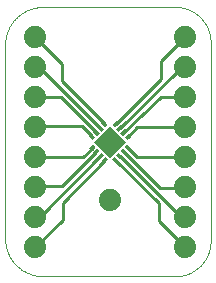
<source format=gtl>
G75*
%MOIN*%
%OFA0B0*%
%FSLAX25Y25*%
%IPPOS*%
%LPD*%
%AMOC8*
5,1,8,0,0,1.08239X$1,22.5*
%
%ADD10C,0.00000*%
%ADD11C,0.07400*%
%ADD12R,0.07677X0.07677*%
%ADD13R,0.01969X0.01181*%
%ADD14C,0.01000*%
%ADD15C,0.02978*%
D10*
X0001000Y0013598D02*
X0001000Y0078165D01*
X0001004Y0078469D01*
X0001015Y0078774D01*
X0001033Y0079078D01*
X0001059Y0079381D01*
X0001092Y0079684D01*
X0001132Y0079985D01*
X0001180Y0080286D01*
X0001235Y0080585D01*
X0001297Y0080883D01*
X0001366Y0081180D01*
X0001442Y0081475D01*
X0001526Y0081767D01*
X0001617Y0082058D01*
X0001714Y0082346D01*
X0001819Y0082632D01*
X0001930Y0082916D01*
X0002048Y0083196D01*
X0002173Y0083474D01*
X0002305Y0083748D01*
X0002443Y0084020D01*
X0002588Y0084287D01*
X0002739Y0084552D01*
X0002896Y0084812D01*
X0003060Y0085069D01*
X0003230Y0085321D01*
X0003406Y0085570D01*
X0003588Y0085814D01*
X0003776Y0086054D01*
X0003969Y0086289D01*
X0004168Y0086519D01*
X0004373Y0086744D01*
X0004583Y0086965D01*
X0004798Y0087180D01*
X0005019Y0087390D01*
X0005244Y0087595D01*
X0005474Y0087794D01*
X0005709Y0087987D01*
X0005949Y0088175D01*
X0006193Y0088357D01*
X0006442Y0088533D01*
X0006694Y0088703D01*
X0006951Y0088867D01*
X0007211Y0089024D01*
X0007476Y0089175D01*
X0007743Y0089320D01*
X0008015Y0089458D01*
X0008289Y0089590D01*
X0008567Y0089715D01*
X0008847Y0089833D01*
X0009131Y0089944D01*
X0009417Y0090049D01*
X0009705Y0090146D01*
X0009996Y0090237D01*
X0010288Y0090321D01*
X0010583Y0090397D01*
X0010880Y0090466D01*
X0011178Y0090528D01*
X0011477Y0090583D01*
X0011778Y0090631D01*
X0012079Y0090671D01*
X0012382Y0090704D01*
X0012685Y0090730D01*
X0012989Y0090748D01*
X0013294Y0090759D01*
X0013598Y0090763D01*
X0013598Y0090764D02*
X0057693Y0090764D01*
X0057978Y0090761D01*
X0058264Y0090750D01*
X0058549Y0090733D01*
X0058833Y0090709D01*
X0059117Y0090678D01*
X0059400Y0090640D01*
X0059681Y0090595D01*
X0059962Y0090544D01*
X0060242Y0090486D01*
X0060520Y0090421D01*
X0060796Y0090349D01*
X0061070Y0090271D01*
X0061343Y0090186D01*
X0061613Y0090094D01*
X0061881Y0089996D01*
X0062147Y0089892D01*
X0062410Y0089781D01*
X0062670Y0089664D01*
X0062928Y0089541D01*
X0063182Y0089411D01*
X0063433Y0089275D01*
X0063681Y0089134D01*
X0063925Y0088986D01*
X0064166Y0088833D01*
X0064402Y0088673D01*
X0064635Y0088508D01*
X0064864Y0088338D01*
X0065089Y0088162D01*
X0065309Y0087980D01*
X0065525Y0087794D01*
X0065736Y0087602D01*
X0065943Y0087405D01*
X0066145Y0087203D01*
X0066342Y0086996D01*
X0066534Y0086785D01*
X0066720Y0086569D01*
X0066902Y0086349D01*
X0067078Y0086124D01*
X0067248Y0085895D01*
X0067413Y0085662D01*
X0067573Y0085426D01*
X0067726Y0085185D01*
X0067874Y0084941D01*
X0068015Y0084693D01*
X0068151Y0084442D01*
X0068281Y0084188D01*
X0068404Y0083930D01*
X0068521Y0083670D01*
X0068632Y0083407D01*
X0068736Y0083141D01*
X0068834Y0082873D01*
X0068926Y0082603D01*
X0069011Y0082330D01*
X0069089Y0082056D01*
X0069161Y0081780D01*
X0069226Y0081502D01*
X0069284Y0081222D01*
X0069335Y0080941D01*
X0069380Y0080660D01*
X0069418Y0080377D01*
X0069449Y0080093D01*
X0069473Y0079809D01*
X0069490Y0079524D01*
X0069501Y0079238D01*
X0069504Y0078953D01*
X0069504Y0012811D01*
X0069501Y0012526D01*
X0069490Y0012240D01*
X0069473Y0011955D01*
X0069449Y0011671D01*
X0069418Y0011387D01*
X0069380Y0011104D01*
X0069335Y0010823D01*
X0069284Y0010542D01*
X0069226Y0010262D01*
X0069161Y0009984D01*
X0069089Y0009708D01*
X0069011Y0009434D01*
X0068926Y0009161D01*
X0068834Y0008891D01*
X0068736Y0008623D01*
X0068632Y0008357D01*
X0068521Y0008094D01*
X0068404Y0007834D01*
X0068281Y0007576D01*
X0068151Y0007322D01*
X0068015Y0007071D01*
X0067874Y0006823D01*
X0067726Y0006579D01*
X0067573Y0006338D01*
X0067413Y0006102D01*
X0067248Y0005869D01*
X0067078Y0005640D01*
X0066902Y0005415D01*
X0066720Y0005195D01*
X0066534Y0004979D01*
X0066342Y0004768D01*
X0066145Y0004561D01*
X0065943Y0004359D01*
X0065736Y0004162D01*
X0065525Y0003970D01*
X0065309Y0003784D01*
X0065089Y0003602D01*
X0064864Y0003426D01*
X0064635Y0003256D01*
X0064402Y0003091D01*
X0064166Y0002931D01*
X0063925Y0002778D01*
X0063681Y0002630D01*
X0063433Y0002489D01*
X0063182Y0002353D01*
X0062928Y0002223D01*
X0062670Y0002100D01*
X0062410Y0001983D01*
X0062147Y0001872D01*
X0061881Y0001768D01*
X0061613Y0001670D01*
X0061343Y0001578D01*
X0061070Y0001493D01*
X0060796Y0001415D01*
X0060520Y0001343D01*
X0060242Y0001278D01*
X0059962Y0001220D01*
X0059681Y0001169D01*
X0059400Y0001124D01*
X0059117Y0001086D01*
X0058833Y0001055D01*
X0058549Y0001031D01*
X0058264Y0001014D01*
X0057978Y0001003D01*
X0057693Y0001000D01*
X0013598Y0001000D01*
X0013294Y0001004D01*
X0012989Y0001015D01*
X0012685Y0001033D01*
X0012382Y0001059D01*
X0012079Y0001092D01*
X0011778Y0001132D01*
X0011477Y0001180D01*
X0011178Y0001235D01*
X0010880Y0001297D01*
X0010583Y0001366D01*
X0010288Y0001442D01*
X0009996Y0001526D01*
X0009705Y0001617D01*
X0009417Y0001714D01*
X0009131Y0001819D01*
X0008847Y0001930D01*
X0008567Y0002048D01*
X0008289Y0002173D01*
X0008015Y0002305D01*
X0007743Y0002443D01*
X0007476Y0002588D01*
X0007211Y0002739D01*
X0006951Y0002896D01*
X0006694Y0003060D01*
X0006442Y0003230D01*
X0006193Y0003406D01*
X0005949Y0003588D01*
X0005709Y0003776D01*
X0005474Y0003969D01*
X0005244Y0004168D01*
X0005019Y0004373D01*
X0004798Y0004583D01*
X0004583Y0004798D01*
X0004373Y0005019D01*
X0004168Y0005244D01*
X0003969Y0005474D01*
X0003776Y0005709D01*
X0003588Y0005949D01*
X0003406Y0006193D01*
X0003230Y0006442D01*
X0003060Y0006694D01*
X0002896Y0006951D01*
X0002739Y0007211D01*
X0002588Y0007476D01*
X0002443Y0007743D01*
X0002305Y0008015D01*
X0002173Y0008289D01*
X0002048Y0008567D01*
X0001930Y0008847D01*
X0001819Y0009131D01*
X0001714Y0009417D01*
X0001617Y0009705D01*
X0001526Y0009996D01*
X0001442Y0010288D01*
X0001366Y0010583D01*
X0001297Y0010880D01*
X0001235Y0011178D01*
X0001180Y0011477D01*
X0001132Y0011778D01*
X0001092Y0012079D01*
X0001059Y0012382D01*
X0001033Y0012685D01*
X0001015Y0012989D01*
X0001004Y0013294D01*
X0001000Y0013598D01*
X0031653Y0045724D02*
X0031655Y0045776D01*
X0031661Y0045828D01*
X0031671Y0045879D01*
X0031684Y0045929D01*
X0031702Y0045979D01*
X0031723Y0046026D01*
X0031747Y0046072D01*
X0031776Y0046116D01*
X0031807Y0046158D01*
X0031841Y0046197D01*
X0031878Y0046234D01*
X0031918Y0046267D01*
X0031961Y0046298D01*
X0032005Y0046325D01*
X0032051Y0046349D01*
X0032100Y0046369D01*
X0032149Y0046385D01*
X0032200Y0046398D01*
X0032251Y0046407D01*
X0032303Y0046412D01*
X0032355Y0046413D01*
X0032407Y0046410D01*
X0032459Y0046403D01*
X0032510Y0046392D01*
X0032560Y0046378D01*
X0032609Y0046359D01*
X0032656Y0046337D01*
X0032701Y0046312D01*
X0032745Y0046283D01*
X0032786Y0046251D01*
X0032825Y0046216D01*
X0032860Y0046178D01*
X0032893Y0046137D01*
X0032923Y0046095D01*
X0032949Y0046050D01*
X0032972Y0046003D01*
X0032991Y0045954D01*
X0033007Y0045904D01*
X0033019Y0045854D01*
X0033027Y0045802D01*
X0033031Y0045750D01*
X0033031Y0045698D01*
X0033027Y0045646D01*
X0033019Y0045594D01*
X0033007Y0045544D01*
X0032991Y0045494D01*
X0032972Y0045445D01*
X0032949Y0045398D01*
X0032923Y0045353D01*
X0032893Y0045311D01*
X0032860Y0045270D01*
X0032825Y0045232D01*
X0032786Y0045197D01*
X0032745Y0045165D01*
X0032701Y0045136D01*
X0032656Y0045111D01*
X0032609Y0045089D01*
X0032560Y0045070D01*
X0032510Y0045056D01*
X0032459Y0045045D01*
X0032407Y0045038D01*
X0032355Y0045035D01*
X0032303Y0045036D01*
X0032251Y0045041D01*
X0032200Y0045050D01*
X0032149Y0045063D01*
X0032100Y0045079D01*
X0032051Y0045099D01*
X0032005Y0045123D01*
X0031961Y0045150D01*
X0031918Y0045181D01*
X0031878Y0045214D01*
X0031841Y0045251D01*
X0031807Y0045290D01*
X0031776Y0045332D01*
X0031747Y0045376D01*
X0031723Y0045422D01*
X0031702Y0045469D01*
X0031684Y0045519D01*
X0031671Y0045569D01*
X0031661Y0045620D01*
X0031655Y0045672D01*
X0031653Y0045724D01*
X0035272Y0042105D02*
X0035274Y0042157D01*
X0035280Y0042209D01*
X0035290Y0042260D01*
X0035303Y0042310D01*
X0035321Y0042360D01*
X0035342Y0042407D01*
X0035366Y0042453D01*
X0035395Y0042497D01*
X0035426Y0042539D01*
X0035460Y0042578D01*
X0035497Y0042615D01*
X0035537Y0042648D01*
X0035580Y0042679D01*
X0035624Y0042706D01*
X0035670Y0042730D01*
X0035719Y0042750D01*
X0035768Y0042766D01*
X0035819Y0042779D01*
X0035870Y0042788D01*
X0035922Y0042793D01*
X0035974Y0042794D01*
X0036026Y0042791D01*
X0036078Y0042784D01*
X0036129Y0042773D01*
X0036179Y0042759D01*
X0036228Y0042740D01*
X0036275Y0042718D01*
X0036320Y0042693D01*
X0036364Y0042664D01*
X0036405Y0042632D01*
X0036444Y0042597D01*
X0036479Y0042559D01*
X0036512Y0042518D01*
X0036542Y0042476D01*
X0036568Y0042431D01*
X0036591Y0042384D01*
X0036610Y0042335D01*
X0036626Y0042285D01*
X0036638Y0042235D01*
X0036646Y0042183D01*
X0036650Y0042131D01*
X0036650Y0042079D01*
X0036646Y0042027D01*
X0036638Y0041975D01*
X0036626Y0041925D01*
X0036610Y0041875D01*
X0036591Y0041826D01*
X0036568Y0041779D01*
X0036542Y0041734D01*
X0036512Y0041692D01*
X0036479Y0041651D01*
X0036444Y0041613D01*
X0036405Y0041578D01*
X0036364Y0041546D01*
X0036320Y0041517D01*
X0036275Y0041492D01*
X0036228Y0041470D01*
X0036179Y0041451D01*
X0036129Y0041437D01*
X0036078Y0041426D01*
X0036026Y0041419D01*
X0035974Y0041416D01*
X0035922Y0041417D01*
X0035870Y0041422D01*
X0035819Y0041431D01*
X0035768Y0041444D01*
X0035719Y0041460D01*
X0035670Y0041480D01*
X0035624Y0041504D01*
X0035580Y0041531D01*
X0035537Y0041562D01*
X0035497Y0041595D01*
X0035460Y0041632D01*
X0035426Y0041671D01*
X0035395Y0041713D01*
X0035366Y0041757D01*
X0035342Y0041803D01*
X0035321Y0041850D01*
X0035303Y0041900D01*
X0035290Y0041950D01*
X0035280Y0042001D01*
X0035274Y0042053D01*
X0035272Y0042105D01*
X0038891Y0045724D02*
X0038893Y0045776D01*
X0038899Y0045828D01*
X0038909Y0045879D01*
X0038922Y0045929D01*
X0038940Y0045979D01*
X0038961Y0046026D01*
X0038985Y0046072D01*
X0039014Y0046116D01*
X0039045Y0046158D01*
X0039079Y0046197D01*
X0039116Y0046234D01*
X0039156Y0046267D01*
X0039199Y0046298D01*
X0039243Y0046325D01*
X0039289Y0046349D01*
X0039338Y0046369D01*
X0039387Y0046385D01*
X0039438Y0046398D01*
X0039489Y0046407D01*
X0039541Y0046412D01*
X0039593Y0046413D01*
X0039645Y0046410D01*
X0039697Y0046403D01*
X0039748Y0046392D01*
X0039798Y0046378D01*
X0039847Y0046359D01*
X0039894Y0046337D01*
X0039939Y0046312D01*
X0039983Y0046283D01*
X0040024Y0046251D01*
X0040063Y0046216D01*
X0040098Y0046178D01*
X0040131Y0046137D01*
X0040161Y0046095D01*
X0040187Y0046050D01*
X0040210Y0046003D01*
X0040229Y0045954D01*
X0040245Y0045904D01*
X0040257Y0045854D01*
X0040265Y0045802D01*
X0040269Y0045750D01*
X0040269Y0045698D01*
X0040265Y0045646D01*
X0040257Y0045594D01*
X0040245Y0045544D01*
X0040229Y0045494D01*
X0040210Y0045445D01*
X0040187Y0045398D01*
X0040161Y0045353D01*
X0040131Y0045311D01*
X0040098Y0045270D01*
X0040063Y0045232D01*
X0040024Y0045197D01*
X0039983Y0045165D01*
X0039939Y0045136D01*
X0039894Y0045111D01*
X0039847Y0045089D01*
X0039798Y0045070D01*
X0039748Y0045056D01*
X0039697Y0045045D01*
X0039645Y0045038D01*
X0039593Y0045035D01*
X0039541Y0045036D01*
X0039489Y0045041D01*
X0039438Y0045050D01*
X0039387Y0045063D01*
X0039338Y0045079D01*
X0039289Y0045099D01*
X0039243Y0045123D01*
X0039199Y0045150D01*
X0039156Y0045181D01*
X0039116Y0045214D01*
X0039079Y0045251D01*
X0039045Y0045290D01*
X0039014Y0045332D01*
X0038985Y0045376D01*
X0038961Y0045422D01*
X0038940Y0045469D01*
X0038922Y0045519D01*
X0038909Y0045569D01*
X0038899Y0045620D01*
X0038893Y0045672D01*
X0038891Y0045724D01*
X0035272Y0049343D02*
X0035274Y0049395D01*
X0035280Y0049447D01*
X0035290Y0049498D01*
X0035303Y0049548D01*
X0035321Y0049598D01*
X0035342Y0049645D01*
X0035366Y0049691D01*
X0035395Y0049735D01*
X0035426Y0049777D01*
X0035460Y0049816D01*
X0035497Y0049853D01*
X0035537Y0049886D01*
X0035580Y0049917D01*
X0035624Y0049944D01*
X0035670Y0049968D01*
X0035719Y0049988D01*
X0035768Y0050004D01*
X0035819Y0050017D01*
X0035870Y0050026D01*
X0035922Y0050031D01*
X0035974Y0050032D01*
X0036026Y0050029D01*
X0036078Y0050022D01*
X0036129Y0050011D01*
X0036179Y0049997D01*
X0036228Y0049978D01*
X0036275Y0049956D01*
X0036320Y0049931D01*
X0036364Y0049902D01*
X0036405Y0049870D01*
X0036444Y0049835D01*
X0036479Y0049797D01*
X0036512Y0049756D01*
X0036542Y0049714D01*
X0036568Y0049669D01*
X0036591Y0049622D01*
X0036610Y0049573D01*
X0036626Y0049523D01*
X0036638Y0049473D01*
X0036646Y0049421D01*
X0036650Y0049369D01*
X0036650Y0049317D01*
X0036646Y0049265D01*
X0036638Y0049213D01*
X0036626Y0049163D01*
X0036610Y0049113D01*
X0036591Y0049064D01*
X0036568Y0049017D01*
X0036542Y0048972D01*
X0036512Y0048930D01*
X0036479Y0048889D01*
X0036444Y0048851D01*
X0036405Y0048816D01*
X0036364Y0048784D01*
X0036320Y0048755D01*
X0036275Y0048730D01*
X0036228Y0048708D01*
X0036179Y0048689D01*
X0036129Y0048675D01*
X0036078Y0048664D01*
X0036026Y0048657D01*
X0035974Y0048654D01*
X0035922Y0048655D01*
X0035870Y0048660D01*
X0035819Y0048669D01*
X0035768Y0048682D01*
X0035719Y0048698D01*
X0035670Y0048718D01*
X0035624Y0048742D01*
X0035580Y0048769D01*
X0035537Y0048800D01*
X0035497Y0048833D01*
X0035460Y0048870D01*
X0035426Y0048909D01*
X0035395Y0048951D01*
X0035366Y0048995D01*
X0035342Y0049041D01*
X0035321Y0049088D01*
X0035303Y0049138D01*
X0035290Y0049188D01*
X0035280Y0049239D01*
X0035274Y0049291D01*
X0035272Y0049343D01*
D11*
X0035961Y0026551D03*
X0060961Y0030724D03*
X0060961Y0020724D03*
X0060961Y0010724D03*
X0060961Y0040724D03*
X0060961Y0050724D03*
X0060961Y0060724D03*
X0060961Y0070724D03*
X0060961Y0080724D03*
X0010961Y0080724D03*
X0010961Y0070724D03*
X0010961Y0060724D03*
X0010961Y0050724D03*
X0010961Y0040724D03*
X0010961Y0030724D03*
X0010961Y0020724D03*
X0010961Y0010724D03*
D12*
G36*
X0035961Y0040297D02*
X0030534Y0045724D01*
X0035961Y0051151D01*
X0041388Y0045724D01*
X0035961Y0040297D01*
G37*
D13*
G36*
X0037492Y0040851D02*
X0038882Y0039461D01*
X0038048Y0038627D01*
X0036658Y0040017D01*
X0037492Y0040851D01*
G37*
G36*
X0038884Y0042243D02*
X0040274Y0040853D01*
X0039440Y0040019D01*
X0038050Y0041409D01*
X0038884Y0042243D01*
G37*
G36*
X0040276Y0043635D02*
X0041666Y0042245D01*
X0040832Y0041411D01*
X0039442Y0042801D01*
X0040276Y0043635D01*
G37*
G36*
X0041668Y0045027D02*
X0043058Y0043637D01*
X0042224Y0042803D01*
X0040834Y0044193D01*
X0041668Y0045027D01*
G37*
G36*
X0040834Y0047256D02*
X0042224Y0048646D01*
X0043058Y0047812D01*
X0041668Y0046422D01*
X0040834Y0047256D01*
G37*
G36*
X0039442Y0048648D02*
X0040832Y0050038D01*
X0041666Y0049204D01*
X0040276Y0047814D01*
X0039442Y0048648D01*
G37*
G36*
X0038050Y0050040D02*
X0039440Y0051430D01*
X0040274Y0050596D01*
X0038884Y0049206D01*
X0038050Y0050040D01*
G37*
G36*
X0036658Y0051432D02*
X0038048Y0052822D01*
X0038882Y0051988D01*
X0037492Y0050598D01*
X0036658Y0051432D01*
G37*
G36*
X0034429Y0050598D02*
X0033039Y0051988D01*
X0033873Y0052822D01*
X0035263Y0051432D01*
X0034429Y0050598D01*
G37*
G36*
X0033037Y0049206D02*
X0031647Y0050596D01*
X0032481Y0051430D01*
X0033871Y0050040D01*
X0033037Y0049206D01*
G37*
G36*
X0031645Y0047814D02*
X0030255Y0049204D01*
X0031089Y0050038D01*
X0032479Y0048648D01*
X0031645Y0047814D01*
G37*
G36*
X0030253Y0046422D02*
X0028863Y0047812D01*
X0029697Y0048646D01*
X0031087Y0047256D01*
X0030253Y0046422D01*
G37*
G36*
X0031087Y0044193D02*
X0029697Y0042803D01*
X0028863Y0043637D01*
X0030253Y0045027D01*
X0031087Y0044193D01*
G37*
G36*
X0032479Y0042801D02*
X0031089Y0041411D01*
X0030255Y0042245D01*
X0031645Y0043635D01*
X0032479Y0042801D01*
G37*
G36*
X0033871Y0041409D02*
X0032481Y0040019D01*
X0031647Y0040853D01*
X0033037Y0042243D01*
X0033871Y0041409D01*
G37*
G36*
X0035263Y0040017D02*
X0033873Y0038627D01*
X0033039Y0039461D01*
X0034429Y0040851D01*
X0035263Y0040017D01*
G37*
D14*
X0034151Y0039739D02*
X0034151Y0039663D01*
X0020291Y0025409D01*
X0020291Y0019661D01*
X0010961Y0010724D01*
X0010961Y0020724D02*
X0011709Y0021472D01*
X0013205Y0021472D01*
X0032759Y0041027D01*
X0032759Y0041131D01*
X0031367Y0042391D02*
X0019898Y0030921D01*
X0011157Y0030921D01*
X0010961Y0030724D01*
X0010961Y0040724D02*
X0011709Y0040764D01*
X0026984Y0040764D01*
X0030135Y0043915D01*
X0029975Y0043915D01*
X0031367Y0042523D02*
X0031367Y0042391D01*
X0029975Y0047534D02*
X0029975Y0047615D01*
X0026591Y0051000D01*
X0011236Y0051000D01*
X0010961Y0050724D01*
X0010961Y0060724D02*
X0011079Y0060843D01*
X0019504Y0060843D01*
X0031367Y0048979D01*
X0031367Y0048926D01*
X0032759Y0050318D02*
X0032759Y0050343D01*
X0013205Y0069898D01*
X0011787Y0069898D01*
X0010961Y0070724D01*
X0019878Y0071807D02*
X0010961Y0080724D01*
X0019878Y0071807D02*
X0019878Y0065980D01*
X0034149Y0051710D01*
X0034151Y0051710D01*
X0037770Y0051710D02*
X0037930Y0051710D01*
X0052988Y0066768D01*
X0052988Y0072752D01*
X0060961Y0080724D01*
X0060961Y0070724D02*
X0059740Y0069504D01*
X0058480Y0069504D01*
X0039294Y0050318D01*
X0039162Y0050318D01*
X0040554Y0048926D02*
X0040658Y0048926D01*
X0052969Y0060843D01*
X0060449Y0060843D01*
X0060961Y0060724D01*
X0060961Y0050724D02*
X0060843Y0050606D01*
X0045094Y0050606D01*
X0042022Y0047534D01*
X0041946Y0047534D01*
X0041946Y0043915D02*
X0041946Y0043912D01*
X0045094Y0040764D01*
X0060921Y0040764D01*
X0060961Y0040724D01*
X0060961Y0030724D02*
X0060764Y0030528D01*
X0052575Y0030528D01*
X0040579Y0042523D01*
X0040554Y0042523D01*
X0039215Y0041131D02*
X0058087Y0022260D01*
X0059425Y0022260D01*
X0060961Y0020724D01*
X0052181Y0019504D02*
X0060961Y0010724D01*
X0052181Y0019504D02*
X0052181Y0025328D01*
X0037770Y0039739D01*
X0039162Y0041131D02*
X0039215Y0041131D01*
D15*
X0035961Y0045724D03*
M02*

</source>
